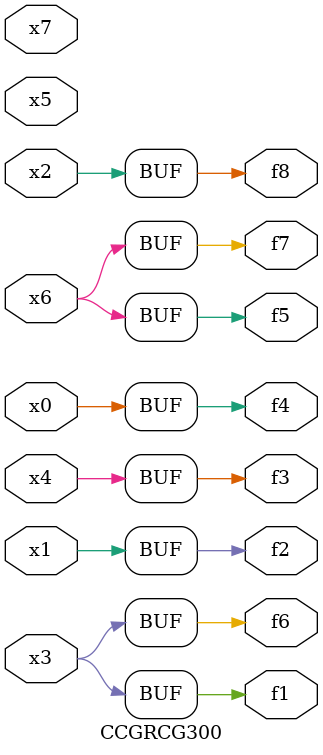
<source format=v>
module CCGRCG300(
	input x0, x1, x2, x3, x4, x5, x6, x7,
	output f1, f2, f3, f4, f5, f6, f7, f8
);
	assign f1 = x3;
	assign f2 = x1;
	assign f3 = x4;
	assign f4 = x0;
	assign f5 = x6;
	assign f6 = x3;
	assign f7 = x6;
	assign f8 = x2;
endmodule

</source>
